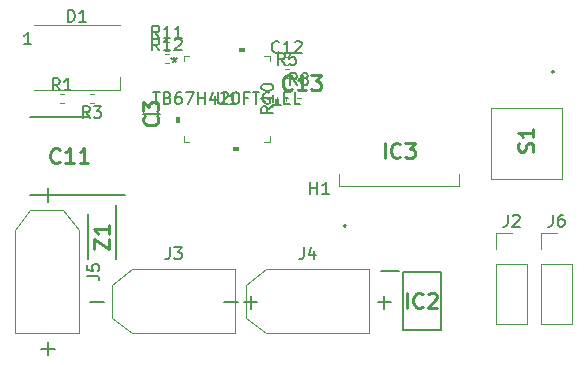
<source format=gbr>
G04 #@! TF.GenerationSoftware,KiCad,Pcbnew,(5.1.9)-1*
G04 #@! TF.CreationDate,2021-07-07T12:50:41-04:00*
G04 #@! TF.ProjectId,ESC_5A,4553435f-3541-42e6-9b69-6361645f7063,rev?*
G04 #@! TF.SameCoordinates,Original*
G04 #@! TF.FileFunction,Legend,Top*
G04 #@! TF.FilePolarity,Positive*
%FSLAX46Y46*%
G04 Gerber Fmt 4.6, Leading zero omitted, Abs format (unit mm)*
G04 Created by KiCad (PCBNEW (5.1.9)-1) date 2021-07-07 12:50:41*
%MOMM*%
%LPD*%
G01*
G04 APERTURE LIST*
%ADD10C,0.200000*%
%ADD11C,0.120000*%
%ADD12C,0.100000*%
%ADD13C,0.254000*%
%ADD14C,0.150000*%
G04 APERTURE END LIST*
D10*
G04 #@! TO.C,Z1*
X133630000Y-153910000D02*
X133630000Y-157710000D01*
X136080000Y-153140000D02*
X136080000Y-157710000D01*
D11*
G04 #@! TO.C,J6*
X172025000Y-155515000D02*
X173355000Y-155515000D01*
X172025000Y-156845000D02*
X172025000Y-155515000D01*
X172025000Y-158115000D02*
X174685000Y-158115000D01*
X174685000Y-158115000D02*
X174685000Y-163255000D01*
X172025000Y-158115000D02*
X172025000Y-163255000D01*
X172025000Y-163255000D02*
X174685000Y-163255000D01*
G04 #@! TO.C,U1*
X141787999Y-147772001D02*
X142232660Y-147772001D01*
X149042001Y-147772001D02*
X149042001Y-147327340D01*
X149042001Y-140517999D02*
X148597340Y-140517999D01*
X141787999Y-140517999D02*
X141787999Y-140962660D01*
X141787999Y-147327340D02*
X141787999Y-147772001D01*
X148597340Y-147772001D02*
X149042001Y-147772001D01*
X149042001Y-140962660D02*
X149042001Y-140517999D01*
X142232660Y-140517999D02*
X141787999Y-140517999D01*
D12*
G36*
X141102199Y-145704499D02*
G01*
X141102199Y-146085499D01*
X141356199Y-146085499D01*
X141356199Y-145704499D01*
X141102199Y-145704499D01*
G37*
X141102199Y-145704499D02*
X141102199Y-146085499D01*
X141356199Y-146085499D01*
X141356199Y-145704499D01*
X141102199Y-145704499D01*
G36*
X145974501Y-148203801D02*
G01*
X145974501Y-148457801D01*
X146355501Y-148457801D01*
X146355501Y-148203801D01*
X145974501Y-148203801D01*
G37*
X145974501Y-148203801D02*
X145974501Y-148457801D01*
X146355501Y-148457801D01*
X146355501Y-148203801D01*
X145974501Y-148203801D01*
G36*
X149727801Y-144204499D02*
G01*
X149727801Y-144585500D01*
X149473801Y-144585500D01*
X149473801Y-144204499D01*
X149727801Y-144204499D01*
G37*
X149727801Y-144204499D02*
X149727801Y-144585500D01*
X149473801Y-144585500D01*
X149473801Y-144204499D01*
X149727801Y-144204499D01*
G36*
X146474500Y-140086199D02*
G01*
X146474500Y-139832199D01*
X146855500Y-139832199D01*
X146855500Y-140086199D01*
X146474500Y-140086199D01*
G37*
X146474500Y-140086199D02*
X146474500Y-139832199D01*
X146855500Y-139832199D01*
X146855500Y-140086199D01*
X146474500Y-140086199D01*
G04 #@! TO.C,S1*
X173815000Y-144955000D02*
X173815000Y-150955000D01*
X173815000Y-150955000D02*
X167815000Y-150955000D01*
X167815000Y-150955000D02*
X167815000Y-144955000D01*
X167815000Y-144955000D02*
X173815000Y-144955000D01*
D10*
X173115000Y-141855000D02*
X173115000Y-141855000D01*
X172915000Y-141855000D02*
X172915000Y-141855000D01*
X173115000Y-141855000D02*
G75*
G03*
X172915000Y-141855000I-100000J0D01*
G01*
X172915000Y-141855000D02*
G75*
G03*
X173115000Y-141855000I100000J0D01*
G01*
D11*
G04 #@! TO.C,R12*
X140181359Y-140390000D02*
X140488641Y-140390000D01*
X140181359Y-141150000D02*
X140488641Y-141150000D01*
G04 #@! TO.C,R11*
X140181359Y-139320000D02*
X140488641Y-139320000D01*
X140181359Y-140080000D02*
X140488641Y-140080000D01*
G04 #@! TO.C,R10*
X149680000Y-144298641D02*
X149680000Y-143991359D01*
X150440000Y-144298641D02*
X150440000Y-143991359D01*
G04 #@! TO.C,R8*
X151361359Y-143330000D02*
X151668641Y-143330000D01*
X151361359Y-144090000D02*
X151668641Y-144090000D01*
G04 #@! TO.C,R5*
X150341359Y-141610000D02*
X150648641Y-141610000D01*
X150341359Y-142370000D02*
X150648641Y-142370000D01*
G04 #@! TO.C,R3*
X134138641Y-144525000D02*
X133831359Y-144525000D01*
X134138641Y-143765000D02*
X133831359Y-143765000D01*
G04 #@! TO.C,R1*
X131291359Y-143765000D02*
X131598641Y-143765000D01*
X131291359Y-144525000D02*
X131598641Y-144525000D01*
G04 #@! TO.C,J5*
X132885000Y-155300000D02*
X132885000Y-164020000D01*
X132885000Y-164020000D02*
X127465000Y-164020000D01*
X127465000Y-155300000D02*
X127465000Y-164020000D01*
X131585000Y-153600000D02*
X132885000Y-155300000D01*
X128765000Y-153600000D02*
X127465000Y-155300000D01*
X131585000Y-153600000D02*
X128765000Y-153600000D01*
G04 #@! TO.C,J4*
X148750000Y-158580000D02*
X157470000Y-158580000D01*
X157470000Y-158580000D02*
X157470000Y-164000000D01*
X148750000Y-164000000D02*
X157470000Y-164000000D01*
X147050000Y-159880000D02*
X148750000Y-158580000D01*
X147050000Y-162700000D02*
X148750000Y-164000000D01*
X147050000Y-159880000D02*
X147050000Y-162700000D01*
G04 #@! TO.C,J3*
X137420000Y-158580000D02*
X146140000Y-158580000D01*
X146140000Y-158580000D02*
X146140000Y-164000000D01*
X137420000Y-164000000D02*
X146140000Y-164000000D01*
X135720000Y-159880000D02*
X137420000Y-158580000D01*
X135720000Y-162700000D02*
X137420000Y-164000000D01*
X135720000Y-159880000D02*
X135720000Y-162700000D01*
G04 #@! TO.C,J2*
X168215000Y-163255000D02*
X170875000Y-163255000D01*
X168215000Y-158115000D02*
X168215000Y-163255000D01*
X170875000Y-158115000D02*
X170875000Y-163255000D01*
X168215000Y-158115000D02*
X170875000Y-158115000D01*
X168215000Y-156845000D02*
X168215000Y-155515000D01*
X168215000Y-155515000D02*
X169545000Y-155515000D01*
D10*
G04 #@! TO.C,IC3*
X155420000Y-154803000D02*
X155420000Y-154803000D01*
X155420000Y-155002000D02*
X155420000Y-155002000D01*
D12*
X165100000Y-150502000D02*
X165100000Y-151502000D01*
X165100000Y-151502000D02*
X154940000Y-151502000D01*
X154940000Y-151502000D02*
X154940000Y-150502000D01*
D10*
X155420000Y-154803000D02*
G75*
G02*
X155420000Y-155002000I0J-99500D01*
G01*
X155420000Y-155002000D02*
G75*
G02*
X155420000Y-154803000I0J99500D01*
G01*
G04 #@! TO.C,IC2*
X160325000Y-158840000D02*
X163525000Y-158840000D01*
X163525000Y-158840000D02*
X163525000Y-163740000D01*
X163525000Y-163740000D02*
X160325000Y-163740000D01*
X160325000Y-163740000D02*
X160325000Y-158840000D01*
X158475000Y-158710000D02*
X159975000Y-158710000D01*
D11*
G04 #@! TO.C,D1*
X129065000Y-137920000D02*
X136365000Y-137920000D01*
X129065000Y-143420000D02*
X136365000Y-143420000D01*
X136365000Y-143420000D02*
X136365000Y-142270000D01*
G04 #@! TO.C,C12*
X150387164Y-140610000D02*
X150602836Y-140610000D01*
X150387164Y-141330000D02*
X150602836Y-141330000D01*
D10*
G04 #@! TO.C,C11*
X136780000Y-152325000D02*
X128780000Y-152325000D01*
X133730000Y-145725000D02*
X128780000Y-145725000D01*
G04 #@! TO.C,C3*
X138365000Y-145415000D02*
X139765000Y-145415000D01*
G04 #@! TO.C,Z1*
D13*
X134159523Y-156838095D02*
X134159523Y-155991428D01*
X135429523Y-156838095D01*
X135429523Y-155991428D01*
X135429523Y-154842380D02*
X135429523Y-155568095D01*
X135429523Y-155205238D02*
X134159523Y-155205238D01*
X134340952Y-155326190D01*
X134461904Y-155447142D01*
X134522380Y-155568095D01*
G04 #@! TO.C,J6*
D14*
X173021666Y-153967380D02*
X173021666Y-154681666D01*
X172974047Y-154824523D01*
X172878809Y-154919761D01*
X172735952Y-154967380D01*
X172640714Y-154967380D01*
X173926428Y-153967380D02*
X173735952Y-153967380D01*
X173640714Y-154015000D01*
X173593095Y-154062619D01*
X173497857Y-154205476D01*
X173450238Y-154395952D01*
X173450238Y-154776904D01*
X173497857Y-154872142D01*
X173545476Y-154919761D01*
X173640714Y-154967380D01*
X173831190Y-154967380D01*
X173926428Y-154919761D01*
X173974047Y-154872142D01*
X174021666Y-154776904D01*
X174021666Y-154538809D01*
X173974047Y-154443571D01*
X173926428Y-154395952D01*
X173831190Y-154348333D01*
X173640714Y-154348333D01*
X173545476Y-154395952D01*
X173497857Y-154443571D01*
X173450238Y-154538809D01*
G04 #@! TO.C,U1*
X144653095Y-143597380D02*
X144653095Y-144406904D01*
X144700714Y-144502142D01*
X144748333Y-144549761D01*
X144843571Y-144597380D01*
X145034047Y-144597380D01*
X145129285Y-144549761D01*
X145176904Y-144502142D01*
X145224523Y-144406904D01*
X145224523Y-143597380D01*
X146224523Y-144597380D02*
X145653095Y-144597380D01*
X145938809Y-144597380D02*
X145938809Y-143597380D01*
X145843571Y-143740238D01*
X145748333Y-143835476D01*
X145653095Y-143883095D01*
X139176904Y-143597380D02*
X139748333Y-143597380D01*
X139462619Y-144597380D02*
X139462619Y-143597380D01*
X140415000Y-144073571D02*
X140557857Y-144121190D01*
X140605476Y-144168809D01*
X140653095Y-144264047D01*
X140653095Y-144406904D01*
X140605476Y-144502142D01*
X140557857Y-144549761D01*
X140462619Y-144597380D01*
X140081666Y-144597380D01*
X140081666Y-143597380D01*
X140415000Y-143597380D01*
X140510238Y-143645000D01*
X140557857Y-143692619D01*
X140605476Y-143787857D01*
X140605476Y-143883095D01*
X140557857Y-143978333D01*
X140510238Y-144025952D01*
X140415000Y-144073571D01*
X140081666Y-144073571D01*
X141510238Y-143597380D02*
X141319761Y-143597380D01*
X141224523Y-143645000D01*
X141176904Y-143692619D01*
X141081666Y-143835476D01*
X141034047Y-144025952D01*
X141034047Y-144406904D01*
X141081666Y-144502142D01*
X141129285Y-144549761D01*
X141224523Y-144597380D01*
X141415000Y-144597380D01*
X141510238Y-144549761D01*
X141557857Y-144502142D01*
X141605476Y-144406904D01*
X141605476Y-144168809D01*
X141557857Y-144073571D01*
X141510238Y-144025952D01*
X141415000Y-143978333D01*
X141224523Y-143978333D01*
X141129285Y-144025952D01*
X141081666Y-144073571D01*
X141034047Y-144168809D01*
X141938809Y-143597380D02*
X142605476Y-143597380D01*
X142176904Y-144597380D01*
X142986428Y-144597380D02*
X142986428Y-143597380D01*
X142986428Y-144073571D02*
X143557857Y-144073571D01*
X143557857Y-144597380D02*
X143557857Y-143597380D01*
X144462619Y-143930714D02*
X144462619Y-144597380D01*
X144224523Y-143549761D02*
X143986428Y-144264047D01*
X144605476Y-144264047D01*
X144938809Y-143692619D02*
X144986428Y-143645000D01*
X145081666Y-143597380D01*
X145319761Y-143597380D01*
X145415000Y-143645000D01*
X145462619Y-143692619D01*
X145510238Y-143787857D01*
X145510238Y-143883095D01*
X145462619Y-144025952D01*
X144891190Y-144597380D01*
X145510238Y-144597380D01*
X146129285Y-143597380D02*
X146224523Y-143597380D01*
X146319761Y-143645000D01*
X146367380Y-143692619D01*
X146415000Y-143787857D01*
X146462619Y-143978333D01*
X146462619Y-144216428D01*
X146415000Y-144406904D01*
X146367380Y-144502142D01*
X146319761Y-144549761D01*
X146224523Y-144597380D01*
X146129285Y-144597380D01*
X146034047Y-144549761D01*
X145986428Y-144502142D01*
X145938809Y-144406904D01*
X145891190Y-144216428D01*
X145891190Y-143978333D01*
X145938809Y-143787857D01*
X145986428Y-143692619D01*
X146034047Y-143645000D01*
X146129285Y-143597380D01*
X147224523Y-144073571D02*
X146891190Y-144073571D01*
X146891190Y-144597380D02*
X146891190Y-143597380D01*
X147367380Y-143597380D01*
X147605476Y-143597380D02*
X148176904Y-143597380D01*
X147891190Y-144597380D02*
X147891190Y-143597380D01*
X149034047Y-143645000D02*
X148938809Y-143597380D01*
X148795952Y-143597380D01*
X148653095Y-143645000D01*
X148557857Y-143740238D01*
X148510238Y-143835476D01*
X148462619Y-144025952D01*
X148462619Y-144168809D01*
X148510238Y-144359285D01*
X148557857Y-144454523D01*
X148653095Y-144549761D01*
X148795952Y-144597380D01*
X148891190Y-144597380D01*
X149034047Y-144549761D01*
X149081666Y-144502142D01*
X149081666Y-144168809D01*
X148891190Y-144168809D01*
X149272142Y-144692619D02*
X150034047Y-144692619D01*
X150272142Y-144073571D02*
X150605476Y-144073571D01*
X150748333Y-144597380D02*
X150272142Y-144597380D01*
X150272142Y-143597380D01*
X150748333Y-143597380D01*
X151653095Y-144597380D02*
X151176904Y-144597380D01*
X151176904Y-143597380D01*
X140975200Y-140597380D02*
X140975200Y-140835476D01*
X140737104Y-140740238D02*
X140975200Y-140835476D01*
X141213295Y-140740238D01*
X140832342Y-141025952D02*
X140975200Y-140835476D01*
X141118057Y-141025952D01*
X140975200Y-140597380D02*
X140975200Y-140835476D01*
X140737104Y-140740238D02*
X140975200Y-140835476D01*
X141213295Y-140740238D01*
X140832342Y-141025952D02*
X140975200Y-140835476D01*
X141118057Y-141025952D01*
G04 #@! TO.C,S1*
D13*
X171329047Y-148622619D02*
X171389523Y-148441190D01*
X171389523Y-148138809D01*
X171329047Y-148017857D01*
X171268571Y-147957380D01*
X171147619Y-147896904D01*
X171026666Y-147896904D01*
X170905714Y-147957380D01*
X170845238Y-148017857D01*
X170784761Y-148138809D01*
X170724285Y-148380714D01*
X170663809Y-148501666D01*
X170603333Y-148562142D01*
X170482380Y-148622619D01*
X170361428Y-148622619D01*
X170240476Y-148562142D01*
X170180000Y-148501666D01*
X170119523Y-148380714D01*
X170119523Y-148078333D01*
X170180000Y-147896904D01*
X171389523Y-146687380D02*
X171389523Y-147413095D01*
X171389523Y-147050238D02*
X170119523Y-147050238D01*
X170300952Y-147171190D01*
X170421904Y-147292142D01*
X170482380Y-147413095D01*
G04 #@! TO.C,R12*
D14*
X139692142Y-140052380D02*
X139358809Y-139576190D01*
X139120714Y-140052380D02*
X139120714Y-139052380D01*
X139501666Y-139052380D01*
X139596904Y-139100000D01*
X139644523Y-139147619D01*
X139692142Y-139242857D01*
X139692142Y-139385714D01*
X139644523Y-139480952D01*
X139596904Y-139528571D01*
X139501666Y-139576190D01*
X139120714Y-139576190D01*
X140644523Y-140052380D02*
X140073095Y-140052380D01*
X140358809Y-140052380D02*
X140358809Y-139052380D01*
X140263571Y-139195238D01*
X140168333Y-139290476D01*
X140073095Y-139338095D01*
X141025476Y-139147619D02*
X141073095Y-139100000D01*
X141168333Y-139052380D01*
X141406428Y-139052380D01*
X141501666Y-139100000D01*
X141549285Y-139147619D01*
X141596904Y-139242857D01*
X141596904Y-139338095D01*
X141549285Y-139480952D01*
X140977857Y-140052380D01*
X141596904Y-140052380D01*
G04 #@! TO.C,R11*
X139692142Y-138982380D02*
X139358809Y-138506190D01*
X139120714Y-138982380D02*
X139120714Y-137982380D01*
X139501666Y-137982380D01*
X139596904Y-138030000D01*
X139644523Y-138077619D01*
X139692142Y-138172857D01*
X139692142Y-138315714D01*
X139644523Y-138410952D01*
X139596904Y-138458571D01*
X139501666Y-138506190D01*
X139120714Y-138506190D01*
X140644523Y-138982380D02*
X140073095Y-138982380D01*
X140358809Y-138982380D02*
X140358809Y-137982380D01*
X140263571Y-138125238D01*
X140168333Y-138220476D01*
X140073095Y-138268095D01*
X141596904Y-138982380D02*
X141025476Y-138982380D01*
X141311190Y-138982380D02*
X141311190Y-137982380D01*
X141215952Y-138125238D01*
X141120714Y-138220476D01*
X141025476Y-138268095D01*
G04 #@! TO.C,R10*
X149342380Y-144787857D02*
X148866190Y-145121190D01*
X149342380Y-145359285D02*
X148342380Y-145359285D01*
X148342380Y-144978333D01*
X148390000Y-144883095D01*
X148437619Y-144835476D01*
X148532857Y-144787857D01*
X148675714Y-144787857D01*
X148770952Y-144835476D01*
X148818571Y-144883095D01*
X148866190Y-144978333D01*
X148866190Y-145359285D01*
X149342380Y-143835476D02*
X149342380Y-144406904D01*
X149342380Y-144121190D02*
X148342380Y-144121190D01*
X148485238Y-144216428D01*
X148580476Y-144311666D01*
X148628095Y-144406904D01*
X148342380Y-143216428D02*
X148342380Y-143121190D01*
X148390000Y-143025952D01*
X148437619Y-142978333D01*
X148532857Y-142930714D01*
X148723333Y-142883095D01*
X148961428Y-142883095D01*
X149151904Y-142930714D01*
X149247142Y-142978333D01*
X149294761Y-143025952D01*
X149342380Y-143121190D01*
X149342380Y-143216428D01*
X149294761Y-143311666D01*
X149247142Y-143359285D01*
X149151904Y-143406904D01*
X148961428Y-143454523D01*
X148723333Y-143454523D01*
X148532857Y-143406904D01*
X148437619Y-143359285D01*
X148390000Y-143311666D01*
X148342380Y-143216428D01*
G04 #@! TO.C,R8*
X151348333Y-142992380D02*
X151015000Y-142516190D01*
X150776904Y-142992380D02*
X150776904Y-141992380D01*
X151157857Y-141992380D01*
X151253095Y-142040000D01*
X151300714Y-142087619D01*
X151348333Y-142182857D01*
X151348333Y-142325714D01*
X151300714Y-142420952D01*
X151253095Y-142468571D01*
X151157857Y-142516190D01*
X150776904Y-142516190D01*
X151919761Y-142420952D02*
X151824523Y-142373333D01*
X151776904Y-142325714D01*
X151729285Y-142230476D01*
X151729285Y-142182857D01*
X151776904Y-142087619D01*
X151824523Y-142040000D01*
X151919761Y-141992380D01*
X152110238Y-141992380D01*
X152205476Y-142040000D01*
X152253095Y-142087619D01*
X152300714Y-142182857D01*
X152300714Y-142230476D01*
X152253095Y-142325714D01*
X152205476Y-142373333D01*
X152110238Y-142420952D01*
X151919761Y-142420952D01*
X151824523Y-142468571D01*
X151776904Y-142516190D01*
X151729285Y-142611428D01*
X151729285Y-142801904D01*
X151776904Y-142897142D01*
X151824523Y-142944761D01*
X151919761Y-142992380D01*
X152110238Y-142992380D01*
X152205476Y-142944761D01*
X152253095Y-142897142D01*
X152300714Y-142801904D01*
X152300714Y-142611428D01*
X152253095Y-142516190D01*
X152205476Y-142468571D01*
X152110238Y-142420952D01*
G04 #@! TO.C,R5*
X150328333Y-141272380D02*
X149995000Y-140796190D01*
X149756904Y-141272380D02*
X149756904Y-140272380D01*
X150137857Y-140272380D01*
X150233095Y-140320000D01*
X150280714Y-140367619D01*
X150328333Y-140462857D01*
X150328333Y-140605714D01*
X150280714Y-140700952D01*
X150233095Y-140748571D01*
X150137857Y-140796190D01*
X149756904Y-140796190D01*
X151233095Y-140272380D02*
X150756904Y-140272380D01*
X150709285Y-140748571D01*
X150756904Y-140700952D01*
X150852142Y-140653333D01*
X151090238Y-140653333D01*
X151185476Y-140700952D01*
X151233095Y-140748571D01*
X151280714Y-140843809D01*
X151280714Y-141081904D01*
X151233095Y-141177142D01*
X151185476Y-141224761D01*
X151090238Y-141272380D01*
X150852142Y-141272380D01*
X150756904Y-141224761D01*
X150709285Y-141177142D01*
G04 #@! TO.C,R3*
X133818333Y-145767380D02*
X133485000Y-145291190D01*
X133246904Y-145767380D02*
X133246904Y-144767380D01*
X133627857Y-144767380D01*
X133723095Y-144815000D01*
X133770714Y-144862619D01*
X133818333Y-144957857D01*
X133818333Y-145100714D01*
X133770714Y-145195952D01*
X133723095Y-145243571D01*
X133627857Y-145291190D01*
X133246904Y-145291190D01*
X134151666Y-144767380D02*
X134770714Y-144767380D01*
X134437380Y-145148333D01*
X134580238Y-145148333D01*
X134675476Y-145195952D01*
X134723095Y-145243571D01*
X134770714Y-145338809D01*
X134770714Y-145576904D01*
X134723095Y-145672142D01*
X134675476Y-145719761D01*
X134580238Y-145767380D01*
X134294523Y-145767380D01*
X134199285Y-145719761D01*
X134151666Y-145672142D01*
G04 #@! TO.C,R1*
X131278333Y-143427380D02*
X130945000Y-142951190D01*
X130706904Y-143427380D02*
X130706904Y-142427380D01*
X131087857Y-142427380D01*
X131183095Y-142475000D01*
X131230714Y-142522619D01*
X131278333Y-142617857D01*
X131278333Y-142760714D01*
X131230714Y-142855952D01*
X131183095Y-142903571D01*
X131087857Y-142951190D01*
X130706904Y-142951190D01*
X132230714Y-143427380D02*
X131659285Y-143427380D01*
X131945000Y-143427380D02*
X131945000Y-142427380D01*
X131849761Y-142570238D01*
X131754523Y-142665476D01*
X131659285Y-142713095D01*
G04 #@! TO.C,J5*
X133627380Y-159143333D02*
X134341666Y-159143333D01*
X134484523Y-159190952D01*
X134579761Y-159286190D01*
X134627380Y-159429047D01*
X134627380Y-159524285D01*
X133627380Y-158190952D02*
X133627380Y-158667142D01*
X134103571Y-158714761D01*
X134055952Y-158667142D01*
X134008333Y-158571904D01*
X134008333Y-158333809D01*
X134055952Y-158238571D01*
X134103571Y-158190952D01*
X134198809Y-158143333D01*
X134436904Y-158143333D01*
X134532142Y-158190952D01*
X134579761Y-158238571D01*
X134627380Y-158333809D01*
X134627380Y-158571904D01*
X134579761Y-158667142D01*
X134532142Y-158714761D01*
X130282142Y-152881428D02*
X130282142Y-151738571D01*
X130282142Y-165881428D02*
X130282142Y-164738571D01*
X130853571Y-165310000D02*
X129710714Y-165310000D01*
G04 #@! TO.C,J4*
X151926666Y-156742380D02*
X151926666Y-157456666D01*
X151879047Y-157599523D01*
X151783809Y-157694761D01*
X151640952Y-157742380D01*
X151545714Y-157742380D01*
X152831428Y-157075714D02*
X152831428Y-157742380D01*
X152593333Y-156694761D02*
X152355238Y-157409047D01*
X152974285Y-157409047D01*
X145188571Y-161397142D02*
X146331428Y-161397142D01*
X158188571Y-161397142D02*
X159331428Y-161397142D01*
X158760000Y-161968571D02*
X158760000Y-160825714D01*
G04 #@! TO.C,J3*
X140596666Y-156742380D02*
X140596666Y-157456666D01*
X140549047Y-157599523D01*
X140453809Y-157694761D01*
X140310952Y-157742380D01*
X140215714Y-157742380D01*
X140977619Y-156742380D02*
X141596666Y-156742380D01*
X141263333Y-157123333D01*
X141406190Y-157123333D01*
X141501428Y-157170952D01*
X141549047Y-157218571D01*
X141596666Y-157313809D01*
X141596666Y-157551904D01*
X141549047Y-157647142D01*
X141501428Y-157694761D01*
X141406190Y-157742380D01*
X141120476Y-157742380D01*
X141025238Y-157694761D01*
X140977619Y-157647142D01*
X133858571Y-161397142D02*
X135001428Y-161397142D01*
X146858571Y-161397142D02*
X148001428Y-161397142D01*
X147430000Y-161968571D02*
X147430000Y-160825714D01*
G04 #@! TO.C,J2*
X169211666Y-153967380D02*
X169211666Y-154681666D01*
X169164047Y-154824523D01*
X169068809Y-154919761D01*
X168925952Y-154967380D01*
X168830714Y-154967380D01*
X169640238Y-154062619D02*
X169687857Y-154015000D01*
X169783095Y-153967380D01*
X170021190Y-153967380D01*
X170116428Y-154015000D01*
X170164047Y-154062619D01*
X170211666Y-154157857D01*
X170211666Y-154253095D01*
X170164047Y-154395952D01*
X169592619Y-154967380D01*
X170211666Y-154967380D01*
G04 #@! TO.C,IC3*
D13*
X158780238Y-149164523D02*
X158780238Y-147894523D01*
X160110714Y-149043571D02*
X160050238Y-149104047D01*
X159868809Y-149164523D01*
X159747857Y-149164523D01*
X159566428Y-149104047D01*
X159445476Y-148983095D01*
X159385000Y-148862142D01*
X159324523Y-148620238D01*
X159324523Y-148438809D01*
X159385000Y-148196904D01*
X159445476Y-148075952D01*
X159566428Y-147955000D01*
X159747857Y-147894523D01*
X159868809Y-147894523D01*
X160050238Y-147955000D01*
X160110714Y-148015476D01*
X160534047Y-147894523D02*
X161320238Y-147894523D01*
X160896904Y-148378333D01*
X161078333Y-148378333D01*
X161199285Y-148438809D01*
X161259761Y-148499285D01*
X161320238Y-148620238D01*
X161320238Y-148922619D01*
X161259761Y-149043571D01*
X161199285Y-149104047D01*
X161078333Y-149164523D01*
X160715476Y-149164523D01*
X160594523Y-149104047D01*
X160534047Y-149043571D01*
G04 #@! TO.C,IC2*
X160685238Y-161864523D02*
X160685238Y-160594523D01*
X162015714Y-161743571D02*
X161955238Y-161804047D01*
X161773809Y-161864523D01*
X161652857Y-161864523D01*
X161471428Y-161804047D01*
X161350476Y-161683095D01*
X161290000Y-161562142D01*
X161229523Y-161320238D01*
X161229523Y-161138809D01*
X161290000Y-160896904D01*
X161350476Y-160775952D01*
X161471428Y-160655000D01*
X161652857Y-160594523D01*
X161773809Y-160594523D01*
X161955238Y-160655000D01*
X162015714Y-160715476D01*
X162499523Y-160715476D02*
X162560000Y-160655000D01*
X162680952Y-160594523D01*
X162983333Y-160594523D01*
X163104285Y-160655000D01*
X163164761Y-160715476D01*
X163225238Y-160836428D01*
X163225238Y-160957380D01*
X163164761Y-161138809D01*
X162439047Y-161864523D01*
X163225238Y-161864523D01*
G04 #@! TO.C,H1*
D14*
X152508095Y-152192380D02*
X152508095Y-151192380D01*
X152508095Y-151668571D02*
X153079523Y-151668571D01*
X153079523Y-152192380D02*
X153079523Y-151192380D01*
X154079523Y-152192380D02*
X153508095Y-152192380D01*
X153793809Y-152192380D02*
X153793809Y-151192380D01*
X153698571Y-151335238D01*
X153603333Y-151430476D01*
X153508095Y-151478095D01*
G04 #@! TO.C,D1*
X131976904Y-137622380D02*
X131976904Y-136622380D01*
X132215000Y-136622380D01*
X132357857Y-136670000D01*
X132453095Y-136765238D01*
X132500714Y-136860476D01*
X132548333Y-137050952D01*
X132548333Y-137193809D01*
X132500714Y-137384285D01*
X132453095Y-137479523D01*
X132357857Y-137574761D01*
X132215000Y-137622380D01*
X131976904Y-137622380D01*
X133500714Y-137622380D02*
X132929285Y-137622380D01*
X133215000Y-137622380D02*
X133215000Y-136622380D01*
X133119761Y-136765238D01*
X133024523Y-136860476D01*
X132929285Y-136908095D01*
X128850714Y-139522380D02*
X128279285Y-139522380D01*
X128565000Y-139522380D02*
X128565000Y-138522380D01*
X128469761Y-138665238D01*
X128374523Y-138760476D01*
X128279285Y-138808095D01*
G04 #@! TO.C,C13*
D13*
X150948571Y-143328571D02*
X150888095Y-143389047D01*
X150706666Y-143449523D01*
X150585714Y-143449523D01*
X150404285Y-143389047D01*
X150283333Y-143268095D01*
X150222857Y-143147142D01*
X150162380Y-142905238D01*
X150162380Y-142723809D01*
X150222857Y-142481904D01*
X150283333Y-142360952D01*
X150404285Y-142240000D01*
X150585714Y-142179523D01*
X150706666Y-142179523D01*
X150888095Y-142240000D01*
X150948571Y-142300476D01*
X152158095Y-143449523D02*
X151432380Y-143449523D01*
X151795238Y-143449523D02*
X151795238Y-142179523D01*
X151674285Y-142360952D01*
X151553333Y-142481904D01*
X151432380Y-142542380D01*
X152581428Y-142179523D02*
X153367619Y-142179523D01*
X152944285Y-142663333D01*
X153125714Y-142663333D01*
X153246666Y-142723809D01*
X153307142Y-142784285D01*
X153367619Y-142905238D01*
X153367619Y-143207619D01*
X153307142Y-143328571D01*
X153246666Y-143389047D01*
X153125714Y-143449523D01*
X152762857Y-143449523D01*
X152641904Y-143389047D01*
X152581428Y-143328571D01*
G04 #@! TO.C,C12*
D14*
X149852142Y-140167142D02*
X149804523Y-140214761D01*
X149661666Y-140262380D01*
X149566428Y-140262380D01*
X149423571Y-140214761D01*
X149328333Y-140119523D01*
X149280714Y-140024285D01*
X149233095Y-139833809D01*
X149233095Y-139690952D01*
X149280714Y-139500476D01*
X149328333Y-139405238D01*
X149423571Y-139310000D01*
X149566428Y-139262380D01*
X149661666Y-139262380D01*
X149804523Y-139310000D01*
X149852142Y-139357619D01*
X150804523Y-140262380D02*
X150233095Y-140262380D01*
X150518809Y-140262380D02*
X150518809Y-139262380D01*
X150423571Y-139405238D01*
X150328333Y-139500476D01*
X150233095Y-139548095D01*
X151185476Y-139357619D02*
X151233095Y-139310000D01*
X151328333Y-139262380D01*
X151566428Y-139262380D01*
X151661666Y-139310000D01*
X151709285Y-139357619D01*
X151756904Y-139452857D01*
X151756904Y-139548095D01*
X151709285Y-139690952D01*
X151137857Y-140262380D01*
X151756904Y-140262380D01*
G04 #@! TO.C,C11*
D13*
X131263571Y-149478571D02*
X131203095Y-149539047D01*
X131021666Y-149599523D01*
X130900714Y-149599523D01*
X130719285Y-149539047D01*
X130598333Y-149418095D01*
X130537857Y-149297142D01*
X130477380Y-149055238D01*
X130477380Y-148873809D01*
X130537857Y-148631904D01*
X130598333Y-148510952D01*
X130719285Y-148390000D01*
X130900714Y-148329523D01*
X131021666Y-148329523D01*
X131203095Y-148390000D01*
X131263571Y-148450476D01*
X132473095Y-149599523D02*
X131747380Y-149599523D01*
X132110238Y-149599523D02*
X132110238Y-148329523D01*
X131989285Y-148510952D01*
X131868333Y-148631904D01*
X131747380Y-148692380D01*
X133682619Y-149599523D02*
X132956904Y-149599523D01*
X133319761Y-149599523D02*
X133319761Y-148329523D01*
X133198809Y-148510952D01*
X133077857Y-148631904D01*
X132956904Y-148692380D01*
G04 #@! TO.C,C3*
X139518571Y-145626666D02*
X139579047Y-145687142D01*
X139639523Y-145868571D01*
X139639523Y-145989523D01*
X139579047Y-146170952D01*
X139458095Y-146291904D01*
X139337142Y-146352380D01*
X139095238Y-146412857D01*
X138913809Y-146412857D01*
X138671904Y-146352380D01*
X138550952Y-146291904D01*
X138430000Y-146170952D01*
X138369523Y-145989523D01*
X138369523Y-145868571D01*
X138430000Y-145687142D01*
X138490476Y-145626666D01*
X138369523Y-145203333D02*
X138369523Y-144417142D01*
X138853333Y-144840476D01*
X138853333Y-144659047D01*
X138913809Y-144538095D01*
X138974285Y-144477619D01*
X139095238Y-144417142D01*
X139397619Y-144417142D01*
X139518571Y-144477619D01*
X139579047Y-144538095D01*
X139639523Y-144659047D01*
X139639523Y-145021904D01*
X139579047Y-145142857D01*
X139518571Y-145203333D01*
G04 #@! TD*
M02*

</source>
